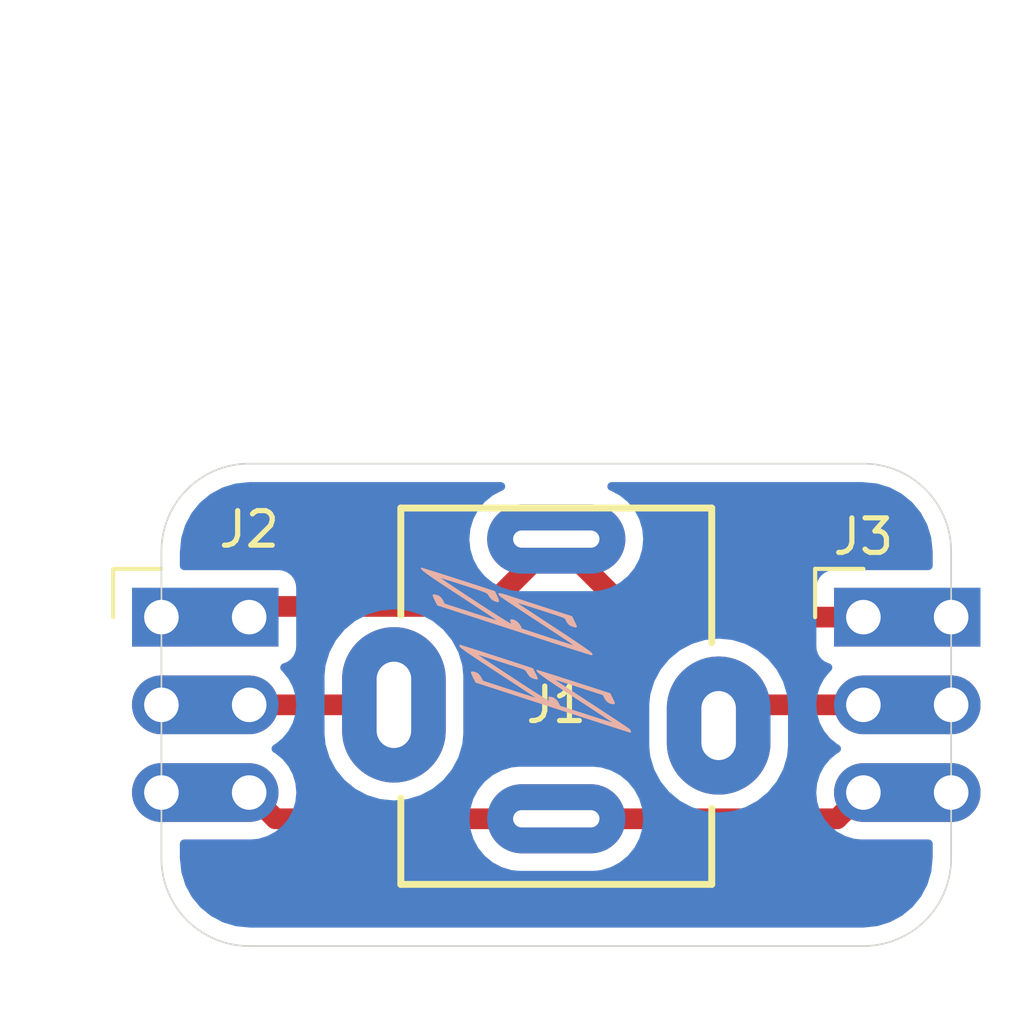
<source format=kicad_pcb>
(kicad_pcb (version 20171130) (host pcbnew "(5.1.9)-1")

  (general
    (thickness 1.6)
    (drawings 11)
    (tracks 12)
    (zones 0)
    (modules 4)
    (nets 4)
  )

  (page A4)
  (layers
    (0 F.Cu signal)
    (31 B.Cu signal)
    (32 B.Adhes user)
    (33 F.Adhes user)
    (34 B.Paste user)
    (35 F.Paste user)
    (36 B.SilkS user)
    (37 F.SilkS user)
    (38 B.Mask user)
    (39 F.Mask user)
    (40 Dwgs.User user)
    (41 Cmts.User user)
    (42 Eco1.User user)
    (43 Eco2.User user)
    (44 Edge.Cuts user)
    (45 Margin user)
    (46 B.CrtYd user)
    (47 F.CrtYd user)
    (48 B.Fab user)
    (49 F.Fab user)
  )

  (setup
    (last_trace_width 0.6)
    (trace_clearance 0.3)
    (zone_clearance 0.508)
    (zone_45_only no)
    (trace_min 0.2)
    (via_size 0.8)
    (via_drill 0.4)
    (via_min_size 0.4)
    (via_min_drill 0.3)
    (uvia_size 0.3)
    (uvia_drill 0.1)
    (uvias_allowed no)
    (uvia_min_size 0.2)
    (uvia_min_drill 0.1)
    (edge_width 0.05)
    (segment_width 0.2)
    (pcb_text_width 0.3)
    (pcb_text_size 1.5 1.5)
    (mod_edge_width 0.12)
    (mod_text_size 1 1)
    (mod_text_width 0.15)
    (pad_size 1.524 1.524)
    (pad_drill 0.762)
    (pad_to_mask_clearance 0)
    (aux_axis_origin 0 0)
    (grid_origin 113.03 97.663)
    (visible_elements FFFFFF7F)
    (pcbplotparams
      (layerselection 0x010fc_ffffffff)
      (usegerberextensions false)
      (usegerberattributes true)
      (usegerberadvancedattributes true)
      (creategerberjobfile true)
      (excludeedgelayer true)
      (linewidth 0.100000)
      (plotframeref false)
      (viasonmask false)
      (mode 1)
      (useauxorigin false)
      (hpglpennumber 1)
      (hpglpenspeed 20)
      (hpglpendiameter 15.000000)
      (psnegative false)
      (psa4output false)
      (plotreference true)
      (plotvalue true)
      (plotinvisibletext false)
      (padsonsilk false)
      (subtractmaskfromsilk false)
      (outputformat 1)
      (mirror false)
      (drillshape 1)
      (scaleselection 1)
      (outputdirectory ""))
  )

  (net 0 "")
  (net 1 /jack_sleeve)
  (net 2 /tip_normal)
  (net 3 /jack_tip)

  (net_class Default "This is the default net class."
    (clearance 0.3)
    (trace_width 0.6)
    (via_dia 0.8)
    (via_drill 0.4)
    (uvia_dia 0.3)
    (uvia_drill 0.1)
    (add_net /jack_sleeve)
    (add_net /jack_tip)
    (add_net /tip_normal)
  )

  (module zzzzzzzz:PinHeader_1x03_P2.54mm_Vertical_Castellated_RH (layer F.Cu) (tedit 609EEA71) (tstamp 609F5DAA)
    (at 130.81 99.568)
    (descr "Through hole straight pin header, 1x03, 2.54mm pitch, castellated, right-hand side")
    (tags "Through hole pin header THT 1x03 2.54mm castellated right-hand")
    (path /609EFB06)
    (fp_text reference J3 (at 0 -2.33) (layer F.SilkS)
      (effects (font (size 1 1) (thickness 0.15)))
    )
    (fp_text value Conn_01x03 (at 0 7.41) (layer F.Fab)
      (effects (font (size 1 1) (thickness 0.15)))
    )
    (fp_text user %R (at 0 2.54 90) (layer F.Fab)
      (effects (font (size 1 1) (thickness 0.15)))
    )
    (fp_line (start -1.397 -1.397) (end 0 -1.397) (layer F.SilkS) (width 0.12))
    (fp_line (start -1.397 0) (end -1.397 -1.397) (layer F.SilkS) (width 0.12))
    (fp_line (start 4.3434 -1.8034) (end -1.8 -1.8034) (layer F.CrtYd) (width 0.05))
    (fp_line (start 4.3434 6.85) (end 4.3434 -1.8034) (layer F.CrtYd) (width 0.05))
    (fp_line (start -1.8 6.85) (end 4.3434 6.85) (layer F.CrtYd) (width 0.05))
    (fp_line (start -1.8 -1.8) (end -1.8 6.85) (layer F.CrtYd) (width 0.05))
    (fp_line (start -1.27 -0.635) (end -0.635 -1.27) (layer F.Fab) (width 0.1))
    (fp_line (start -1.27 6.35) (end -1.27 -0.635) (layer F.Fab) (width 0.1))
    (fp_line (start 3.81 6.35) (end -1.27 6.35) (layer F.Fab) (width 0.1))
    (fp_line (start 3.81 -1.27) (end 3.81 6.35) (layer F.Fab) (width 0.1))
    (fp_line (start -0.635 -1.27) (end 3.81 -1.27) (layer F.Fab) (width 0.1))
    (pad 3 thru_hole oval (at 2.54 5.08) (size 1.7 1.7) (drill 1) (layers *.Cu *.Mask)
      (net 2 /tip_normal))
    (pad 2 thru_hole oval (at 2.54 2.54) (size 1.7 1.7) (drill 1) (layers *.Cu *.Mask)
      (net 1 /jack_sleeve))
    (pad 1 thru_hole rect (at 2.54 0) (size 1.7 1.7) (drill 1) (layers *.Cu *.Mask)
      (net 3 /jack_tip))
    (pad 3 thru_hole oval (at 0 5.08) (size 4.24 1.7) (drill 1 (offset 1.27 0)) (layers *.Cu *.Mask)
      (net 2 /tip_normal))
    (pad 2 thru_hole oval (at 0 2.54) (size 4.24 1.7) (drill 1 (offset 1.27 0)) (layers *.Cu *.Mask)
      (net 1 /jack_sleeve))
    (pad 1 thru_hole rect (at 0 0) (size 4.24 1.7) (drill 1 (offset 1.27 0)) (layers *.Cu *.Mask)
      (net 3 /jack_tip))
    (model ${KISYS3DMOD}/Connector_PinHeader_2.54mm.3dshapes/PinHeader_1x03_P2.54mm_Vertical.wrl
      (at (xyz 0 0 0))
      (scale (xyz 1 1 1))
      (rotate (xyz 0 0 0))
    )
  )

  (module zzzzzzzz:PinHeader_1x03_P2.54mm_Vertical_Castellated_LH (layer F.Cu) (tedit 609EEA87) (tstamp 609F5D94)
    (at 110.49 99.568)
    (descr "Through hole straight pin header, 1x03, 2.54mm pitch, castellated left-hand side")
    (tags "Through hole pin header THT 1x03 2.54mm castellated left hand")
    (path /609EF487)
    (fp_text reference J2 (at 2.54 -2.54) (layer F.SilkS)
      (effects (font (size 1 1) (thickness 0.15)))
    )
    (fp_text value Conn_01x03 (at 0 7.41) (layer F.Fab)
      (effects (font (size 1 1) (thickness 0.15)))
    )
    (fp_text user %R (at 0 2.54 90) (layer F.Fab)
      (effects (font (size 1 1) (thickness 0.15)))
    )
    (fp_line (start -0.635 -1.27) (end 3.81 -1.27) (layer F.Fab) (width 0.1))
    (fp_line (start 3.81 -1.27) (end 3.81 6.35) (layer F.Fab) (width 0.1))
    (fp_line (start 3.81 6.35) (end -1.27 6.35) (layer F.Fab) (width 0.1))
    (fp_line (start -1.27 6.35) (end -1.27 -0.635) (layer F.Fab) (width 0.1))
    (fp_line (start -1.27 -0.635) (end -0.635 -1.27) (layer F.Fab) (width 0.1))
    (fp_line (start -1.8 -1.8) (end -1.8 6.85) (layer F.CrtYd) (width 0.05))
    (fp_line (start -1.8 6.85) (end 4.3434 6.85) (layer F.CrtYd) (width 0.05))
    (fp_line (start 4.3434 6.85) (end 4.3434 -1.8034) (layer F.CrtYd) (width 0.05))
    (fp_line (start 4.3434 -1.8034) (end -1.8 -1.8034) (layer F.CrtYd) (width 0.05))
    (fp_line (start -1.397 0) (end -1.397 -1.397) (layer F.SilkS) (width 0.12))
    (fp_line (start -1.397 -1.397) (end 0 -1.397) (layer F.SilkS) (width 0.12))
    (pad 3 thru_hole oval (at 0 5.08) (size 1.7 1.7) (drill 1) (layers *.Cu *.Mask)
      (net 2 /tip_normal))
    (pad 2 thru_hole oval (at 0 2.54) (size 1.7 1.7) (drill 1) (layers *.Cu *.Mask)
      (net 1 /jack_sleeve))
    (pad 1 thru_hole rect (at 0 0) (size 1.7 1.7) (drill 1) (layers *.Cu *.Mask)
      (net 3 /jack_tip))
    (pad 3 thru_hole oval (at 2.54 5.08) (size 4.24 1.7) (drill 1 (offset -1.27 0)) (layers *.Cu *.Mask)
      (net 2 /tip_normal))
    (pad 2 thru_hole oval (at 2.54 2.54) (size 4.24 1.7) (drill 1 (offset -1.27 0)) (layers *.Cu *.Mask)
      (net 1 /jack_sleeve))
    (pad 1 thru_hole rect (at 2.54 0) (size 4.24 1.7) (drill 1 (offset -1.27 0)) (layers *.Cu *.Mask)
      (net 3 /jack_tip))
    (model ${KISYS3DMOD}/Connector_PinHeader_2.54mm.3dshapes/PinHeader_1x03_P2.54mm_Vertical.wrl
      (at (xyz 0 0 0))
      (scale (xyz 1 1 1))
      (rotate (xyz 0 0 0))
    )
  )

  (module zzzzzzzz:zzzzzzzz_back_no_cu (layer F.Cu) (tedit 607A6312) (tstamp 609F4D8F)
    (at 121.539 101.346)
    (fp_text reference Ref** (at 0 0) (layer F.SilkS) hide
      (effects (font (size 1.27 1.27) (thickness 0.15)))
    )
    (fp_text value Val** (at 0 0) (layer F.SilkS) hide
      (effects (font (size 1.27 1.27) (thickness 0.15)))
    )
    (fp_poly (pts (xy -2.384755 -0.967264) (xy -2.323486 -0.94886) (xy -2.229494 -0.919656) (xy -2.106527 -0.880858)
      (xy -1.958335 -0.833669) (xy -1.788665 -0.779293) (xy -1.601268 -0.718933) (xy -1.399892 -0.653794)
      (xy -1.188285 -0.585079) (xy -0.970197 -0.513992) (xy -0.749376 -0.441737) (xy -0.586633 -0.388296)
      (xy -0.294849 -0.292328) (xy -0.220149 -0.143995) (xy -0.186346 -0.073011) (xy -0.163531 -0.017468)
      (xy -0.155624 0.012839) (xy -0.156405 0.015293) (xy -0.187691 0.021214) (xy -0.241517 0.01175)
      (xy -0.302912 -0.008858) (xy -0.356906 -0.03637) (xy -0.36886 -0.044891) (xy -0.415208 -0.093133)
      (xy -0.458677 -0.156419) (xy -0.46573 -0.169458) (xy -0.502589 -0.225586) (xy -0.55217 -0.261371)
      (xy -0.608015 -0.283) (xy -0.893073 -0.375293) (xy -1.139332 -0.45484) (xy -1.348216 -0.522095)
      (xy -1.521152 -0.57751) (xy -1.659562 -0.62154) (xy -1.764871 -0.654637) (xy -1.838505 -0.677255)
      (xy -1.881887 -0.689847) (xy -1.896416 -0.692906) (xy -1.880107 -0.680753) (xy -1.831408 -0.647476)
      (xy -1.753373 -0.595101) (xy -1.649057 -0.52565) (xy -1.521513 -0.441148) (xy -1.373797 -0.343618)
      (xy -1.208962 -0.235083) (xy -1.030063 -0.117569) (xy -0.84515 0.003632) (xy -0.618096 0.152031)
      (xy -0.424174 0.278149) (xy -0.261333 0.383249) (xy -0.127521 0.468593) (xy -0.020689 0.535444)
      (xy 0.061215 0.585063) (xy 0.120242 0.618714) (xy 0.158443 0.637659) (xy 0.177869 0.64316)
      (xy 0.180571 0.636479) (xy 0.179602 0.634391) (xy 0.153605 0.575027) (xy 0.154586 0.542649)
      (xy 0.18434 0.530214) (xy 0.206375 0.529246) (xy 0.289986 0.548808) (xy 0.369499 0.60171)
      (xy 0.433424 0.679609) (xy 0.446396 0.703587) (xy 0.490275 0.79375) (xy 1.255261 1.041279)
      (xy 1.426507 1.096531) (xy 1.584635 1.147248) (xy 1.725238 1.192039) (xy 1.843909 1.229512)
      (xy 1.936242 1.258278) (xy 1.99783 1.276947) (xy 2.024265 1.284127) (xy 2.024936 1.284119)
      (xy 2.008545 1.272061) (xy 1.959683 1.238912) (xy 1.881368 1.186663) (xy 1.776619 1.117302)
      (xy 1.648452 1.032818) (xy 1.499887 0.9352) (xy 1.333942 0.826438) (xy 1.153634 0.708521)
      (xy 0.961982 0.583437) (xy 0.942789 0.570924) (xy 0.705662 0.416014) (xy 0.502049 0.282193)
      (xy 0.329733 0.167847) (xy 0.186495 0.071367) (xy 0.070116 -0.008859) (xy -0.021623 -0.074441)
      (xy -0.09094 -0.12699) (xy -0.140054 -0.168119) (xy -0.171184 -0.199436) (xy -0.186547 -0.222554)
      (xy -0.188364 -0.239082) (xy -0.183519 -0.24687) (xy -0.162345 -0.242174) (xy -0.104684 -0.225511)
      (xy -0.01429 -0.198061) (xy 0.105082 -0.160999) (xy 0.24968 -0.115504) (xy 0.415748 -0.062751)
      (xy 0.599532 -0.00392) (xy 0.797278 0.059814) (xy 0.883514 0.087735) (xy 1.941982 0.430906)
      (xy 2.008157 0.565104) (xy 2.041042 0.634554) (xy 2.064732 0.689859) (xy 2.074313 0.719506)
      (xy 2.074333 0.720067) (xy 2.057005 0.737537) (xy 2.01347 0.739726) (xy 1.956399 0.7281)
      (xy 1.898467 0.704124) (xy 1.888949 0.698625) (xy 1.836303 0.652627) (xy 1.788047 0.588439)
      (xy 1.775977 0.566412) (xy 1.731973 0.47625) (xy 1.031026 0.249474) (xy 0.867384 0.19669)
      (xy 0.717082 0.148514) (xy 0.584719 0.106397) (xy 0.474895 0.07179) (xy 0.392208 0.046142)
      (xy 0.341257 0.030905) (xy 0.326335 0.027224) (xy 0.342885 0.039262) (xy 0.391873 0.072387)
      (xy 0.470257 0.124593) (xy 0.574994 0.193877) (xy 0.703042 0.278234) (xy 0.851357 0.37566)
      (xy 1.016897 0.484149) (xy 1.196619 0.601699) (xy 1.387481 0.726304) (xy 1.393531 0.73025)
      (xy 1.586218 0.856127) (xy 1.76901 0.97593) (xy 1.938703 1.087532) (xy 2.092092 1.188807)
      (xy 2.225972 1.277629) (xy 2.337139 1.351871) (xy 2.422386 1.409408) (xy 2.47851 1.448114)
      (xy 2.502236 1.465792) (xy 2.52895 1.503359) (xy 2.540208 1.540785) (xy 2.532747 1.56331)
      (xy 2.524125 1.564875) (xy 2.502285 1.558267) (xy 2.442773 1.539397) (xy 2.348173 1.509098)
      (xy 2.221069 1.468206) (xy 2.064045 1.417558) (xy 1.879685 1.357989) (xy 1.670573 1.290333)
      (xy 1.439293 1.215428) (xy 1.188428 1.134109) (xy 0.920563 1.04721) (xy 0.638281 0.955569)
      (xy 0.344167 0.860019) (xy 0.277288 0.838283) (xy -1.953674 0.11315) (xy -2.025309 -0.028945)
      (xy -2.058216 -0.099858) (xy -2.07947 -0.156914) (xy -2.085134 -0.189283) (xy -2.084342 -0.191431)
      (xy -2.054976 -0.202003) (xy -1.999648 -0.193848) (xy -1.929238 -0.169096) (xy -1.899884 -0.155327)
      (xy -1.855967 -0.119171) (xy -1.810843 -0.060864) (xy -1.792706 -0.029393) (xy -1.743561 0.067309)
      (xy -0.972983 0.318301) (xy -0.80118 0.374124) (xy -0.642505 0.425415) (xy -0.50134 0.470781)
      (xy -0.382065 0.508824) (xy -0.289061 0.538148) (xy -0.226709 0.557357) (xy -0.19939 0.565056)
      (xy -0.198523 0.565105) (xy -0.215056 0.553124) (xy -0.264051 0.520015) (xy -0.342502 0.467758)
      (xy -0.447402 0.398337) (xy -0.575746 0.313732) (xy -0.724526 0.215924) (xy -0.890736 0.106895)
      (xy -1.07137 -0.011373) (xy -1.263422 -0.136899) (xy -1.290288 -0.154442) (xy -1.55592 -0.328485)
      (xy -1.785587 -0.480264) (xy -1.979319 -0.6098) (xy -2.137144 -0.717113) (xy -2.259091 -0.802222)
      (xy -2.34519 -0.865148) (xy -2.39547 -0.90591) (xy -2.409597 -0.921734) (xy -2.422663 -0.961217)
      (xy -2.411266 -0.97362) (xy -2.409553 -0.973667) (xy -2.384755 -0.967264)) (layer B.SilkS) (width 0.01))
    (fp_poly (pts (xy -3.50858 -3.203619) (xy -3.4512 -3.186713) (xy -3.361052 -3.159067) (xy -3.241882 -3.12186)
      (xy -3.097433 -3.076271) (xy -2.931451 -3.023477) (xy -2.74768 -2.964659) (xy -2.549864 -2.900994)
      (xy -2.461651 -2.872497) (xy -1.400823 -2.529417) (xy -1.331275 -2.386445) (xy -1.293099 -2.300213)
      (xy -1.279803 -2.245725) (xy -1.2926 -2.219624) (xy -1.332702 -2.218552) (xy -1.386417 -2.233858)
      (xy -1.470545 -2.277409) (xy -1.540271 -2.348532) (xy -1.588958 -2.425982) (xy -1.60051 -2.443439)
      (xy -1.617947 -2.460066) (xy -1.645479 -2.477526) (xy -1.687319 -2.497481) (xy -1.747679 -2.521591)
      (xy -1.83077 -2.551521) (xy -1.940805 -2.588931) (xy -2.081994 -2.635483) (xy -2.25855 -2.692841)
      (xy -2.29552 -2.704799) (xy -2.456007 -2.756376) (xy -2.603288 -2.803106) (xy -2.732633 -2.843537)
      (xy -2.839308 -2.876212) (xy -2.918581 -2.899678) (xy -2.965722 -2.91248) (xy -2.977097 -2.914293)
      (xy -2.961398 -2.901554) (xy -2.913301 -2.867749) (xy -2.835873 -2.814928) (xy -2.732181 -2.745138)
      (xy -2.605293 -2.660428) (xy -2.458278 -2.562848) (xy -2.294201 -2.454444) (xy -2.116131 -2.337266)
      (xy -1.94535 -2.225284) (xy -1.757886 -2.103011) (xy -1.581797 -1.989023) (xy -1.420104 -1.885216)
      (xy -1.275826 -1.793486) (xy -1.151984 -1.715732) (xy -1.051596 -1.653851) (xy -0.977684 -1.609738)
      (xy -0.933268 -1.585293) (xy -0.921079 -1.581874) (xy -0.946281 -1.657685) (xy -0.944577 -1.701596)
      (xy -0.919317 -1.7145) (xy -0.837896 -1.696235) (xy -0.756115 -1.647949) (xy -0.688084 -1.579401)
      (xy -0.661373 -1.536052) (xy -0.615616 -1.441869) (xy 0.138727 -1.195691) (xy 0.30877 -1.140441)
      (xy 0.465788 -1.089891) (xy 0.605332 -1.045437) (xy 0.722952 -1.008477) (xy 0.814198 -0.980408)
      (xy 0.874619 -0.962626) (xy 0.899766 -0.95653) (xy 0.900187 -0.956632) (xy 0.884255 -0.969131)
      (xy 0.835876 -1.002651) (xy 0.75811 -1.055162) (xy 0.654018 -1.124637) (xy 0.52666 -1.209046)
      (xy 0.379096 -1.306361) (xy 0.214389 -1.414552) (xy 0.035597 -1.531591) (xy -0.144306 -1.648992)
      (xy -0.335689 -1.774032) (xy -0.517438 -1.893422) (xy -0.686272 -2.004963) (xy -0.83891 -2.106456)
      (xy -0.972068 -2.195703) (xy -0.995997 -2.211917) (xy -0.804333 -2.211917) (xy -0.79375 -2.201333)
      (xy -0.783167 -2.211917) (xy -0.79375 -2.2225) (xy -0.804333 -2.211917) (xy -0.995997 -2.211917)
      (xy -1.082466 -2.270506) (xy -1.166822 -2.328665) (xy -1.221855 -2.367983) (xy -1.243542 -2.385381)
      (xy -1.280524 -2.429101) (xy -1.293581 -2.457199) (xy -1.279888 -2.46974) (xy -1.236621 -2.466789)
      (xy -1.160957 -2.448414) (xy -1.050071 -2.414679) (xy -0.978958 -2.391551) (xy -0.883865 -2.360314)
      (xy -0.755719 -2.318383) (xy -0.601742 -2.268113) (xy -0.429154 -2.211857) (xy -0.245175 -2.151969)
      (xy -0.057025 -2.090804) (xy 0.085031 -2.044679) (xy 0.836812 -1.800724) (xy 0.905239 -1.661961)
      (xy 0.938729 -1.591375) (xy 0.963115 -1.534873) (xy 0.973573 -1.503712) (xy 0.973667 -1.502433)
      (xy 0.956571 -1.484228) (xy 0.908847 -1.48766) (xy 0.83584 -1.512048) (xy 0.809916 -1.5233)
      (xy 0.740036 -1.566078) (xy 0.690626 -1.627824) (xy 0.6736 -1.66002) (xy 0.663198 -1.683625)
      (xy 0.655049 -1.702937) (xy 0.645458 -1.719487) (xy 0.630729 -1.73481) (xy 0.607167 -1.750438)
      (xy 0.571077 -1.767905) (xy 0.518764 -1.788743) (xy 0.446533 -1.814485) (xy 0.350688 -1.846665)
      (xy 0.227535 -1.886815) (xy 0.073377 -1.936469) (xy -0.115479 -1.997159) (xy -0.220635 -2.031013)
      (xy -0.362027 -2.076272) (xy -0.489591 -2.116513) (xy -0.59798 -2.150096) (xy -0.681846 -2.175383)
      (xy -0.73584 -2.190735) (xy -0.754582 -2.194641) (xy -0.738517 -2.182254) (xy -0.690008 -2.148763)
      (xy -0.61208 -2.096173) (xy -0.507756 -2.026492) (xy -0.380059 -1.941727) (xy -0.232014 -1.843884)
      (xy -0.066644 -1.734971) (xy 0.113026 -1.616994) (xy 0.303974 -1.491961) (xy 0.31507 -1.484705)
      (xy 0.577932 -1.312218) (xy 0.805034 -1.161866) (xy 0.996342 -1.033673) (xy 1.151822 -0.927662)
      (xy 1.27144 -0.843857) (xy 1.35516 -0.782282) (xy 1.402948 -0.74296) (xy 1.414771 -0.729249)
      (xy 1.427971 -0.69178) (xy 1.416621 -0.679536) (xy 1.401838 -0.679332) (xy 1.375647 -0.686096)
      (xy 1.312813 -0.704898) (xy 1.216919 -0.734598) (xy 1.091551 -0.774058) (xy 0.940296 -0.822136)
      (xy 0.766737 -0.877693) (xy 0.574461 -0.939589) (xy 0.367053 -1.006684) (xy 0.148099 -1.077839)
      (xy 0.137583 -1.081264) (xy -0.121542 -1.165662) (xy -0.40079 -1.256585) (xy -0.691803 -1.351314)
      (xy -0.986227 -1.44713) (xy -1.275706 -1.541313) (xy -1.551883 -1.631146) (xy -1.806402 -1.713909)
      (xy -2.030909 -1.786883) (xy -2.076435 -1.801676) (xy -3.062787 -2.122154) (xy -3.129477 -2.257395)
      (xy -3.169818 -2.341855) (xy -3.189894 -2.395062) (xy -3.18936 -2.423114) (xy -3.167869 -2.432112)
      (xy -3.125077 -2.428156) (xy -3.119845 -2.42732) (xy -3.020189 -2.396016) (xy -2.945706 -2.335206)
      (xy -2.896595 -2.256831) (xy -2.852525 -2.166123) (xy -2.090341 -1.918289) (xy -1.919412 -1.862914)
      (xy -1.761547 -1.812168) (xy -1.621167 -1.76744) (xy -1.502691 -1.730122) (xy -1.41054 -1.701604)
      (xy -1.349134 -1.683278) (xy -1.322894 -1.676535) (xy -1.322269 -1.676602) (xy -1.338444 -1.688924)
      (xy -1.387095 -1.72233) (xy -1.465208 -1.774827) (xy -1.569771 -1.844422) (xy -1.69777 -1.929121)
      (xy -1.846191 -2.02693) (xy -2.01202 -2.135855) (xy -2.192246 -2.253904) (xy -2.383853 -2.379082)
      (xy -2.403398 -2.391833) (xy -2.640556 -2.546863) (xy -2.844198 -2.680793) (xy -3.016539 -2.795226)
      (xy -3.15979 -2.891769) (xy -3.21752 -2.931583) (xy -3.026833 -2.931583) (xy -3.01625 -2.921)
      (xy -3.005667 -2.931583) (xy -3.01625 -2.942167) (xy -3.026833 -2.931583) (xy -3.21752 -2.931583)
      (xy -3.276166 -2.972028) (xy -3.367879 -3.037607) (xy -3.437143 -3.090112) (xy -3.486171 -3.131148)
      (xy -3.517176 -3.162321) (xy -3.532372 -3.185236) (xy -3.533971 -3.201498) (xy -3.529449 -3.208607)
      (xy -3.50858 -3.203619)) (layer B.SilkS) (width 0.01))
    (fp_poly (pts (xy -1.792935 0.160738) (xy -1.735379 0.177473) (xy -1.645073 0.204962) (xy -1.525769 0.24203)
      (xy -1.381219 0.287499) (xy -1.215175 0.340193) (xy -1.031387 0.398935) (xy -0.833608 0.46255)
      (xy -0.746956 0.49054) (xy 0.312149 0.833075) (xy 0.378324 0.967271) (xy 0.411209 1.036722)
      (xy 0.434899 1.092026) (xy 0.444479 1.121673) (xy 0.4445 1.122234) (xy 0.427172 1.139704)
      (xy 0.383636 1.141893) (xy 0.326566 1.130266) (xy 0.268634 1.106291) (xy 0.259116 1.100792)
      (xy 0.206469 1.054794) (xy 0.158212 0.990607) (xy 0.14614 0.968579) (xy 0.102131 0.878417)
      (xy -0.599042 0.651871) (xy -0.762715 0.59914) (xy -0.913039 0.551) (xy -1.045415 0.508901)
      (xy -1.155245 0.474293) (xy -1.237933 0.448626) (xy -1.288879 0.433349) (xy -1.303795 0.429621)
      (xy -1.287424 0.441644) (xy -1.239317 0.474268) (xy -1.16324 0.525032) (xy -1.062957 0.591474)
      (xy -0.942231 0.671134) (xy -0.804828 0.761549) (xy -0.654512 0.860259) (xy -0.495046 0.964803)
      (xy -0.330197 1.072717) (xy -0.163727 1.181543) (xy 0.000598 1.288817) (xy 0.159015 1.392079)
      (xy 0.307758 1.488867) (xy 0.443064 1.576719) (xy 0.561168 1.653176) (xy 0.658305 1.715775)
      (xy 0.730712 1.762054) (xy 0.774623 1.789553) (xy 0.786431 1.796324) (xy 0.796854 1.789022)
      (xy 0.785222 1.760674) (xy 0.760623 1.698757) (xy 0.767913 1.663809) (xy 0.807522 1.655572)
      (xy 0.879882 1.673789) (xy 0.910752 1.685454) (xy 0.9734 1.719572) (xy 1.019652 1.771033)
      (xy 1.04814 1.821104) (xy 1.07985 1.87769) (xy 1.112632 1.913778) (xy 1.159906 1.939903)
      (xy 1.232335 1.965701) (xy 1.461612 2.04039) (xy 1.679613 2.111062) (xy 1.882989 2.176654)
      (xy 2.068393 2.236102) (xy 2.232476 2.288345) (xy 2.371891 2.332317) (xy 2.48329 2.366957)
      (xy 2.563324 2.391202) (xy 2.608646 2.403987) (xy 2.617897 2.405658) (xy 2.601809 2.393297)
      (xy 2.55326 2.359846) (xy 2.47527 2.307307) (xy 2.37086 2.237681) (xy 2.243049 2.15297)
      (xy 2.094858 2.055174) (xy 1.929307 1.946296) (xy 1.749416 1.828336) (xy 1.558205 1.703297)
      (xy 1.544069 1.694066) (xy 1.35103 1.567599) (xy 1.168339 1.447095) (xy 0.99913 1.334672)
      (xy 0.846536 1.232452) (xy 0.71369 1.142556) (xy 0.603724 1.067103) (xy 0.519771 1.008215)
      (xy 0.464964 0.968011) (xy 0.442437 0.948612) (xy 0.442255 0.948305) (xy 0.427507 0.908676)
      (xy 0.427252 0.890937) (xy 0.448049 0.894026) (xy 0.505325 0.909152) (xy 0.595334 0.93517)
      (xy 0.714327 0.970932) (xy 0.858555 1.015293) (xy 1.024271 1.067108) (xy 1.207726 1.125228)
      (xy 1.405173 1.188509) (xy 1.489775 1.215834) (xy 2.545633 1.557614) (xy 2.617622 1.70041)
      (xy 2.650629 1.771495) (xy 2.672007 1.828731) (xy 2.677825 1.861322) (xy 2.677008 1.863597)
      (xy 2.649518 1.874238) (xy 2.607494 1.870609) (xy 2.500894 1.82665) (xy 2.418277 1.753744)
      (xy 2.381233 1.693295) (xy 2.342711 1.607869) (xy 1.652897 1.3835) (xy 1.489921 1.330373)
      (xy 1.339758 1.281198) (xy 1.207156 1.237547) (xy 1.096863 1.200993) (xy 1.013628 1.173108)
      (xy 0.9622 1.155464) (xy 0.947208 1.149816) (xy 0.931559 1.14837) (xy 0.931333 1.149801)
      (xy 0.948553 1.162723) (xy 0.998191 1.196774) (xy 1.077216 1.249945) (xy 1.182599 1.320226)
      (xy 1.311308 1.405607) (xy 1.460311 1.504076) (xy 1.62658 1.613625) (xy 1.807082 1.732244)
      (xy 1.998786 1.857921) (xy 2.017887 1.870427) (xy 2.276604 2.040358) (xy 2.499958 2.188265)
      (xy 2.688503 2.314531) (xy 2.842794 2.419537) (xy 2.963386 2.503665) (xy 3.050833 2.567297)
      (xy 3.10569 2.610815) (xy 3.128512 2.634601) (xy 3.128683 2.63496) (xy 3.142301 2.67413)
      (xy 3.132475 2.686874) (xy 3.126921 2.687018) (xy 3.103417 2.680443) (xy 3.042524 2.661672)
      (xy 2.947104 2.631624) (xy 2.820017 2.591217) (xy 2.664126 2.541369) (xy 2.482291 2.483001)
      (xy 2.29773 2.423583) (xy 2.645833 2.423583) (xy 2.656417 2.434167) (xy 2.667 2.423583)
      (xy 2.656417 2.413) (xy 2.645833 2.423583) (xy 2.29773 2.423583) (xy 2.277375 2.41703)
      (xy 2.052239 2.344375) (xy 1.809744 2.265955) (xy 1.552752 2.182688) (xy 1.284125 2.095494)
      (xy 1.248833 2.084027) (xy 0.969344 1.993225) (xy 0.694359 1.903923) (xy 0.427491 1.817291)
      (xy 0.172355 1.734503) (xy -0.067434 1.656729) (xy -0.288264 1.58514) (xy -0.48652 1.52091)
      (xy -0.658587 1.465209) (xy -0.800853 1.419209) (xy -0.909702 1.384082) (xy -0.975725 1.362854)
      (xy -1.3482 1.243522) (xy -1.414933 1.108193) (xy -1.447969 1.03846) (xy -1.471833 0.982857)
      (xy -1.481633 0.952832) (xy -1.481667 0.952099) (xy -1.464339 0.934629) (xy -1.420803 0.93244)
      (xy -1.363733 0.944067) (xy -1.305801 0.968042) (xy -1.296283 0.973541) (xy -1.243855 1.019432)
      (xy -1.195619 1.08371) (xy -1.18311 1.106579) (xy -1.138905 1.197566) (xy -0.374209 1.444234)
      (xy -0.202985 1.499318) (xy -0.044898 1.549893) (xy 0.095645 1.59457) (xy 0.214235 1.631961)
      (xy 0.306466 1.660676) (xy 0.367929 1.679327) (xy 0.394218 1.686526) (xy 0.394862 1.686527)
      (xy 0.378417 1.67452) (xy 0.329508 1.641414) (xy 0.251153 1.589196) (xy 0.146371 1.519856)
      (xy 0.018181 1.435383) (xy -0.1304 1.337764) (xy -0.296352 1.228989) (xy -0.476658 1.111047)
      (xy -0.668298 0.985927) (xy -0.687553 0.973367) (xy -0.924775 0.818328) (xy -1.128477 0.684383)
      (xy -1.300874 0.569928) (xy -1.444178 0.473356) (xy -1.560602 0.393061) (xy -1.652359 0.327439)
      (xy -1.721661 0.274881) (xy -1.770723 0.233784) (xy -1.801757 0.20254) (xy -1.816976 0.179545)
      (xy -1.818593 0.163191) (xy -1.81399 0.155934) (xy -1.792935 0.160738)) (layer B.Mask) (width 0.01))
    (fp_poly (pts (xy -2.875384 -2.064673) (xy -2.808132 -2.049785) (xy -2.707727 -2.020486) (xy -2.571143 -1.976639)
      (xy -2.545292 -1.96812) (xy -2.42923 -1.929919) (xy -2.28154 -1.881532) (xy -2.110879 -1.825785)
      (xy -1.925902 -1.765498) (xy -1.735268 -1.703497) (xy -1.547633 -1.642603) (xy -1.481208 -1.621083)
      (xy -0.792833 -1.398177) (xy -0.7245 -1.259604) (xy -0.684474 -1.175897) (xy -0.663444 -1.122763)
      (xy -0.660251 -1.093551) (xy -0.673736 -1.081607) (xy -0.693208 -1.079965) (xy -0.778672 -1.099229)
      (xy -0.863294 -1.148308) (xy -0.931928 -1.217172) (xy -0.95386 -1.252534) (xy -0.981791 -1.307063)
      (xy -1.001036 -1.343064) (xy -1.005458 -1.350342) (xy -1.026698 -1.358792) (xy -1.082416 -1.378046)
      (xy -1.166962 -1.406292) (xy -1.274683 -1.441719) (xy -1.399928 -1.482516) (xy -1.537046 -1.52687)
      (xy -1.680385 -1.572971) (xy -1.824294 -1.619005) (xy -1.963121 -1.663162) (xy -2.091214 -1.70363)
      (xy -2.202922 -1.738598) (xy -2.292593 -1.766253) (xy -2.354576 -1.784785) (xy -2.383219 -1.79238)
      (xy -2.384487 -1.792403) (xy -2.368239 -1.780387) (xy -2.320314 -1.747672) (xy -2.244463 -1.696728)
      (xy -2.144438 -1.630026) (xy -2.02399 -1.550037) (xy -1.886871 -1.459232) (xy -1.736833 -1.360083)
      (xy -1.577627 -1.255059) (xy -1.413004 -1.146633) (xy -1.246717 -1.037274) (xy -1.082518 -0.929455)
      (xy -0.924156 -0.825645) (xy -0.775385 -0.728317) (xy -0.639957 -0.63994) (xy -0.521621 -0.562987)
      (xy -0.424131 -0.499927) (xy -0.351816 -0.453599) (xy -0.290881 -0.414892) (xy -0.326222 -0.483235)
      (xy -0.349305 -0.544107) (xy -0.340743 -0.577182) (xy -0.300189 -0.583171) (xy -0.279161 -0.579191)
      (xy -0.176159 -0.54122) (xy -0.101885 -0.479771) (xy -0.056365 -0.409066) (xy -0.006545 -0.311037)
      (xy 0.763542 -0.061556) (xy 0.935306 -0.006038) (xy 1.093906 0.044978) (xy 1.234962 0.090103)
      (xy 1.354091 0.127945) (xy 1.446913 0.157114) (xy 1.509047 0.176219) (xy 1.53611 0.18387)
      (xy 1.536922 0.183921) (xy 1.520284 0.171972) (xy 1.471188 0.138893) (xy 1.392642 0.086666)
      (xy 1.287657 0.017272) (xy 1.159241 -0.067307) (xy 1.010404 -0.165089) (xy 0.844155 -0.274092)
      (xy 0.663503 -0.392336) (xy 0.471459 -0.517838) (xy 0.445173 -0.535001) (xy 0.181982 -0.707416)
      (xy -0.045487 -0.857688) (xy -0.237487 -0.985987) (xy -0.394269 -1.092489) (xy -0.516085 -1.177364)
      (xy -0.603186 -1.240785) (xy -0.655825 -1.282926) (xy -0.673729 -1.302293) (xy -0.685907 -1.343436)
      (xy -0.676172 -1.354667) (xy -0.652225 -1.34831) (xy -0.592085 -1.330103) (xy -0.499798 -1.301347)
      (xy -0.379408 -1.263338) (xy -0.234964 -1.217376) (xy -0.07051 -1.164759) (xy 0.109906 -1.106785)
      (xy 0.30224 -1.044753) (xy 0.502443 -0.979962) (xy 0.706472 -0.91371) (xy 0.910278 -0.847296)
      (xy 1.109817 -0.782018) (xy 1.180783 -0.758732) (xy 1.440815 -0.673333) (xy 1.514661 -0.526696)
      (xy 1.551226 -0.451001) (xy 1.56881 -0.404343) (xy 1.569432 -0.379003) (xy 1.556206 -0.367663)
      (xy 1.490448 -0.363508) (xy 1.417081 -0.392296) (xy 1.345298 -0.448117) (xy 1.284295 -0.525057)
      (xy 1.268979 -0.552334) (xy 1.242045 -0.602355) (xy 1.223486 -0.631742) (xy 1.21991 -0.635)
      (xy 1.198875 -0.64128) (xy 1.142256 -0.659117) (xy 1.054737 -0.687013) (xy 0.941003 -0.723465)
      (xy 0.805738 -0.766974) (xy 0.653626 -0.816039) (xy 0.528224 -0.856578) (xy 0.366493 -0.90873)
      (xy 0.218104 -0.956237) (xy 0.087717 -0.997632) (xy -0.020004 -1.031449) (xy -0.100397 -1.056223)
      (xy -0.148799 -1.070487) (xy -0.161338 -1.073384) (xy -0.14499 -1.061274) (xy -0.096222 -1.028012)
      (xy -0.018059 -0.975602) (xy 0.086477 -0.906045) (xy 0.214363 -0.821342) (xy 0.362578 -0.723495)
      (xy 0.528097 -0.614507) (xy 0.707899 -0.496378) (xy 0.89896 -0.371111) (xy 0.912721 -0.362098)
      (xy 1.158572 -0.200656) (xy 1.37018 -0.060726) (xy 1.549108 0.058771) (xy 1.696917 0.158914)
      (xy 1.815166 0.240781) (xy 1.905416 0.305449) (xy 1.969229 0.353999) (xy 2.008164 0.387508)
      (xy 2.022903 0.405041) (xy 2.03974 0.445551) (xy 2.039196 0.463917) (xy 2.037835 0.464017)
      (xy 2.01592 0.45739) (xy 1.95633 0.438512) (xy 1.861647 0.408216) (xy 1.734456 0.367337)
      (xy 1.577342 0.316711) (xy 1.392886 0.257171) (xy 1.183675 0.189554) (xy 0.952291 0.114692)
      (xy 0.701318 0.033422) (xy 0.433341 -0.053422) (xy 0.150942 -0.145005) (xy -0.143293 -0.240494)
      (xy -0.211667 -0.262692) (xy -2.44475 -0.987752) (xy -2.512947 -1.113001) (xy -2.558827 -1.203517)
      (xy -2.579926 -1.263595) (xy -2.576257 -1.297108) (xy -2.54783 -1.307933) (xy -2.513542 -1.304152)
      (xy -2.41755 -1.267226) (xy -2.336007 -1.19494) (xy -2.286105 -1.123235) (xy -2.233083 -1.033798)
      (xy -1.465792 -0.784256) (xy -1.294545 -0.728698) (xy -1.136603 -0.677716) (xy -0.996326 -0.6327)
      (xy -0.878077 -0.595037) (xy -0.786217 -0.566115) (xy -0.725109 -0.547322) (xy -0.699114 -0.540048)
      (xy -0.6985 -0.540062) (xy -0.715733 -0.552248) (xy -0.765386 -0.585499) (xy -0.84439 -0.637801)
      (xy -0.949677 -0.70714) (xy -1.07818 -0.791502) (xy -1.226828 -0.888872) (xy -1.392555 -0.997236)
      (xy -1.572292 -1.114579) (xy -1.762125 -1.238337) (xy -1.95461 -1.364073) (xy -2.137464 -1.484166)
      (xy -2.307425 -1.596433) (xy -2.461232 -1.698687) (xy -2.595624 -1.788745) (xy -2.626632 -1.80975)
      (xy -2.434167 -1.80975) (xy -2.423583 -1.799167) (xy -2.413 -1.80975) (xy -2.423583 -1.820333)
      (xy -2.434167 -1.80975) (xy -2.626632 -1.80975) (xy -2.707339 -1.86442) (xy -2.793116 -1.923529)
      (xy -2.849693 -1.963886) (xy -2.873375 -1.982812) (xy -2.908478 -2.024218) (xy -2.922531 -2.051753)
      (xy -2.912508 -2.065283) (xy -2.875384 -2.064673)) (layer B.Mask) (width 0.01))
  )

  (module AudioJacks:Jack_3.5mm_QingPu_WQP-PJ301BM_Vertical (layer F.Cu) (tedit 605714FA) (tstamp 609EE63C)
    (at 121.92 102.108)
    (path /609EE5DA)
    (fp_text reference J1 (at 0 0) (layer F.SilkS)
      (effects (font (size 1 1) (thickness 0.15)))
    )
    (fp_text value AudioJack2_SwitchT (at 3.7 -6.4) (layer F.Fab)
      (effects (font (size 1 1) (thickness 0.15)))
    )
    (fp_line (start -4.5 5.2) (end 4.5 5.2) (layer F.SilkS) (width 0.2))
    (fp_line (start -4.5 5.2) (end -4.5 2.7) (layer F.SilkS) (width 0.2))
    (fp_line (start 4.5 5.2) (end 4.5 3) (layer F.SilkS) (width 0.2))
    (fp_line (start 4.5 -5.7) (end 4.5 -1.8) (layer F.SilkS) (width 0.2))
    (fp_line (start -4.5 -5.7) (end -4.5 -2.6) (layer F.SilkS) (width 0.2))
    (fp_line (start -4.5 -5.7) (end 4.5 -5.7) (layer F.SilkS) (width 0.2))
    (fp_line (start -5.1 5.9) (end -5.1 -6.4) (layer F.CrtYd) (width 0.12))
    (fp_line (start -5.1 -6.4) (end 5.1 -6.4) (layer F.CrtYd) (width 0.12))
    (fp_line (start 5.1 -6.4) (end 5.1 5.9) (layer F.CrtYd) (width 0.12))
    (fp_line (start 5.1 5.9) (end -5.1 5.9) (layer F.CrtYd) (width 0.12))
    (fp_circle (center 0 0) (end 1.5 0) (layer Dwgs.User) (width 0.12))
    (pad S thru_hole oval (at 4.7 0.6 90) (size 4 3) (drill oval 2 1) (layers *.Cu *.Mask)
      (net 1 /jack_sleeve))
    (pad S thru_hole oval (at -4.7 0 90) (size 4.5 3) (drill oval 2.5 1) (layers *.Cu *.Mask)
      (net 1 /jack_sleeve))
    (pad TN thru_hole oval (at 0 3.3) (size 4 2) (drill oval 2.5 0.5) (layers *.Cu *.Mask)
      (net 2 /tip_normal))
    (pad T thru_hole oval (at 0 -4.8) (size 4 2) (drill oval 2.5 0.5) (layers *.Cu *.Mask)
      (net 3 /jack_tip))
    (model ${KISYS3DMOD}/AudioJacks.3dshapes/PJ301BM.step
      (offset (xyz 0 0 2))
      (scale (xyz 1 1 1))
      (rotate (xyz 0 0 0))
    )
    (model ${KISYS3DMOD}/AudioJacks.3dshapes/PJ301BM_Hex_nut.step
      (offset (xyz 0 0 2))
      (scale (xyz 1 1 1))
      (rotate (xyz 0 0 0))
    )
    (model ${KISYS3DMOD}/AudioJacks.3dshapes/PJ301BM_Knurl_nut.step
      (offset (xyz 0 0 2))
      (scale (xyz 1 1 1))
      (rotate (xyz 0 0 0))
    )
  )

  (gr_arc (start 113.03 97.663) (end 113.03 95.123) (angle -90) (layer Edge.Cuts) (width 0.05))
  (gr_arc (start 113.03 106.553) (end 110.49 106.553) (angle -90) (layer Edge.Cuts) (width 0.05))
  (gr_arc (start 130.81 106.553) (end 130.81 109.093) (angle -90) (layer Edge.Cuts) (width 0.05))
  (gr_arc (start 130.81 97.663) (end 133.35 97.663) (angle -90) (layer Edge.Cuts) (width 0.05))
  (gr_line (start 113.03 109.093) (end 130.81 109.093) (layer Edge.Cuts) (width 0.05) (tstamp 609F4CD8))
  (gr_line (start 110.49 97.663) (end 110.49 106.553) (layer Edge.Cuts) (width 0.05) (tstamp 609F4CD7))
  (gr_line (start 130.81 95.123) (end 113.03 95.123) (layer Edge.Cuts) (width 0.05) (tstamp 609F4CD6))
  (gr_line (start 133.35 106.553) (end 133.35 97.663) (layer Edge.Cuts) (width 0.05) (tstamp 609F4CD5))
  (dimension 5.08 (width 0.15) (layer Dwgs.User)
    (gr_text "0.2000 in" (at 115.57 86.203) (layer Dwgs.User)
      (effects (font (size 1 1) (thickness 0.15)))
    )
    (feature1 (pts (xy 113.03 89.408) (xy 113.03 86.916579)))
    (feature2 (pts (xy 118.11 89.408) (xy 118.11 86.916579)))
    (crossbar (pts (xy 118.11 87.503) (xy 113.03 87.503)))
    (arrow1a (pts (xy 113.03 87.503) (xy 114.156504 86.916579)))
    (arrow1b (pts (xy 113.03 87.503) (xy 114.156504 88.089421)))
    (arrow2a (pts (xy 118.11 87.503) (xy 116.983496 86.916579)))
    (arrow2b (pts (xy 118.11 87.503) (xy 116.983496 88.089421)))
  )
  (dimension 5.08 (width 0.15) (layer Dwgs.User)
    (gr_text "0.2000 in" (at 128.27 86.203) (layer Dwgs.User)
      (effects (font (size 1 1) (thickness 0.15)))
    )
    (feature1 (pts (xy 130.81 89.408) (xy 130.81 86.916579)))
    (feature2 (pts (xy 125.73 89.408) (xy 125.73 86.916579)))
    (crossbar (pts (xy 125.73 87.503) (xy 130.81 87.503)))
    (arrow1a (pts (xy 130.81 87.503) (xy 129.683496 88.089421)))
    (arrow1b (pts (xy 130.81 87.503) (xy 129.683496 86.916579)))
    (arrow2a (pts (xy 125.73 87.503) (xy 126.856504 88.089421)))
    (arrow2b (pts (xy 125.73 87.503) (xy 126.856504 86.916579)))
  )
  (dimension 7.62 (width 0.15) (layer Dwgs.User)
    (gr_text "0.3000 in" (at 121.92 82.393) (layer Dwgs.User)
      (effects (font (size 1 1) (thickness 0.15)))
    )
    (feature1 (pts (xy 118.11 89.408) (xy 118.11 83.106579)))
    (feature2 (pts (xy 125.73 89.408) (xy 125.73 83.106579)))
    (crossbar (pts (xy 125.73 83.693) (xy 118.11 83.693)))
    (arrow1a (pts (xy 118.11 83.693) (xy 119.236504 83.106579)))
    (arrow1b (pts (xy 118.11 83.693) (xy 119.236504 84.279421)))
    (arrow2a (pts (xy 125.73 83.693) (xy 124.603496 83.106579)))
    (arrow2b (pts (xy 125.73 83.693) (xy 124.603496 84.279421)))
  )

  (segment (start 127.22 102.108) (end 126.62 102.708) (width 0.6) (layer F.Cu) (net 1))
  (segment (start 130.81 102.108) (end 127.22 102.108) (width 0.6) (layer F.Cu) (net 1))
  (segment (start 113.03 102.108) (end 117.22 102.108) (width 0.6) (layer F.Cu) (net 1))
  (segment (start 130.05 105.408) (end 121.92 105.408) (width 0.6) (layer F.Cu) (net 2))
  (segment (start 130.81 104.648) (end 130.05 105.408) (width 0.6) (layer F.Cu) (net 2))
  (segment (start 113.79 105.408) (end 121.92 105.408) (width 0.6) (layer F.Cu) (net 2))
  (segment (start 113.03 104.648) (end 113.79 105.408) (width 0.6) (layer F.Cu) (net 2))
  (segment (start 124.18 99.568) (end 121.92 97.308) (width 0.6) (layer F.Cu) (net 3))
  (segment (start 130.81 99.568) (end 124.18 99.568) (width 0.6) (layer F.Cu) (net 3))
  (segment (start 119.97001 99.25799) (end 121.92 97.308) (width 0.6) (layer F.Cu) (net 3))
  (segment (start 113.34001 99.25799) (end 119.97001 99.25799) (width 0.6) (layer F.Cu) (net 3))
  (segment (start 113.03 99.568) (end 113.34001 99.25799) (width 0.6) (layer F.Cu) (net 3))

  (zone (net 0) (net_name "") (layer B.Cu) (tstamp 0) (hatch edge 0.508)
    (connect_pads (clearance 0.508))
    (min_thickness 0.254)
    (fill yes (arc_segments 32) (thermal_gap 0.508) (thermal_bridge_width 0.508))
    (polygon
      (pts
        (xy 133.985 110.998) (xy 109.855 110.998) (xy 109.855 92.583) (xy 133.985 92.583)
      )
    )
    (filled_polygon
      (pts
        (xy 120.291285 95.790148) (xy 120.007248 95.941969) (xy 119.758286 96.146286) (xy 119.553969 96.395248) (xy 119.402148 96.679285)
        (xy 119.308657 96.987484) (xy 119.277089 97.308) (xy 119.308657 97.628516) (xy 119.402148 97.936715) (xy 119.553969 98.220752)
        (xy 119.758286 98.469714) (xy 120.007248 98.674031) (xy 120.291285 98.825852) (xy 120.599484 98.919343) (xy 120.839678 98.943)
        (xy 123.000322 98.943) (xy 123.240516 98.919343) (xy 123.548715 98.825852) (xy 123.832752 98.674031) (xy 124.081714 98.469714)
        (xy 124.286031 98.220752) (xy 124.437852 97.936715) (xy 124.531343 97.628516) (xy 124.562911 97.308) (xy 124.531343 96.987484)
        (xy 124.437852 96.679285) (xy 124.286031 96.395248) (xy 124.081714 96.146286) (xy 123.832752 95.941969) (xy 123.548715 95.790148)
        (xy 123.525151 95.783) (xy 130.777721 95.783) (xy 131.174545 95.821909) (xy 131.525208 95.92778) (xy 131.848625 96.099744)
        (xy 132.132484 96.331254) (xy 132.365965 96.613486) (xy 132.540183 96.935695) (xy 132.648502 97.285614) (xy 132.690001 97.680452)
        (xy 132.690001 98.079928) (xy 129.96 98.079928) (xy 129.835518 98.092188) (xy 129.71582 98.128498) (xy 129.605506 98.187463)
        (xy 129.508815 98.266815) (xy 129.429463 98.363506) (xy 129.370498 98.47382) (xy 129.334188 98.593518) (xy 129.321928 98.718)
        (xy 129.321928 100.418) (xy 129.334188 100.542482) (xy 129.370498 100.66218) (xy 129.429463 100.772494) (xy 129.508815 100.869185)
        (xy 129.605506 100.948537) (xy 129.71582 101.007502) (xy 129.784687 101.028393) (xy 129.754866 101.052866) (xy 129.569294 101.278986)
        (xy 129.431401 101.536966) (xy 129.346487 101.816889) (xy 129.317815 102.108) (xy 129.346487 102.399111) (xy 129.431401 102.679034)
        (xy 129.569294 102.937014) (xy 129.754866 103.163134) (xy 129.980986 103.348706) (xy 130.035791 103.378) (xy 129.980986 103.407294)
        (xy 129.754866 103.592866) (xy 129.569294 103.818986) (xy 129.431401 104.076966) (xy 129.346487 104.356889) (xy 129.317815 104.648)
        (xy 129.346487 104.939111) (xy 129.431401 105.219034) (xy 129.569294 105.477014) (xy 129.754866 105.703134) (xy 129.980986 105.888706)
        (xy 130.238966 106.026599) (xy 130.518889 106.111513) (xy 130.73705 106.133) (xy 132.69 106.133) (xy 132.69 106.520721)
        (xy 132.651091 106.917545) (xy 132.54522 107.268206) (xy 132.373257 107.591623) (xy 132.141748 107.875482) (xy 131.859514 108.108965)
        (xy 131.537304 108.283184) (xy 131.187385 108.391502) (xy 130.792557 108.433) (xy 113.062279 108.433) (xy 112.665455 108.394091)
        (xy 112.314794 108.28822) (xy 111.991377 108.116257) (xy 111.707518 107.884748) (xy 111.474035 107.602514) (xy 111.299816 107.280304)
        (xy 111.191498 106.930385) (xy 111.15 106.535557) (xy 111.15 106.133) (xy 113.10295 106.133) (xy 113.321111 106.111513)
        (xy 113.601034 106.026599) (xy 113.859014 105.888706) (xy 114.085134 105.703134) (xy 114.270706 105.477014) (xy 114.307594 105.408)
        (xy 119.277089 105.408) (xy 119.308657 105.728516) (xy 119.402148 106.036715) (xy 119.553969 106.320752) (xy 119.758286 106.569714)
        (xy 120.007248 106.774031) (xy 120.291285 106.925852) (xy 120.599484 107.019343) (xy 120.839678 107.043) (xy 123.000322 107.043)
        (xy 123.240516 107.019343) (xy 123.548715 106.925852) (xy 123.832752 106.774031) (xy 124.081714 106.569714) (xy 124.286031 106.320752)
        (xy 124.437852 106.036715) (xy 124.531343 105.728516) (xy 124.562911 105.408) (xy 124.531343 105.087484) (xy 124.437852 104.779285)
        (xy 124.286031 104.495248) (xy 124.081714 104.246286) (xy 123.832752 104.041969) (xy 123.548715 103.890148) (xy 123.240516 103.796657)
        (xy 123.000322 103.773) (xy 120.839678 103.773) (xy 120.599484 103.796657) (xy 120.291285 103.890148) (xy 120.007248 104.041969)
        (xy 119.758286 104.246286) (xy 119.553969 104.495248) (xy 119.402148 104.779285) (xy 119.308657 105.087484) (xy 119.277089 105.408)
        (xy 114.307594 105.408) (xy 114.408599 105.219034) (xy 114.493513 104.939111) (xy 114.522185 104.648) (xy 114.493513 104.356889)
        (xy 114.408599 104.076966) (xy 114.270706 103.818986) (xy 114.085134 103.592866) (xy 113.859014 103.407294) (xy 113.804209 103.378)
        (xy 113.859014 103.348706) (xy 114.085134 103.163134) (xy 114.270706 102.937014) (xy 114.408599 102.679034) (xy 114.493513 102.399111)
        (xy 114.522185 102.108) (xy 114.493513 101.816889) (xy 114.408599 101.536966) (xy 114.270706 101.278986) (xy 114.249478 101.253119)
        (xy 115.085 101.253119) (xy 115.085 102.962882) (xy 115.115892 103.276533) (xy 115.237975 103.678982) (xy 115.436224 104.049881)
        (xy 115.703024 104.374977) (xy 116.02812 104.641777) (xy 116.399019 104.840026) (xy 116.801468 104.962108) (xy 117.22 105.00333)
        (xy 117.638533 104.962108) (xy 118.040982 104.840026) (xy 118.411881 104.641777) (xy 118.736977 104.374977) (xy 119.003777 104.049881)
        (xy 119.202026 103.678982) (xy 119.324108 103.276532) (xy 119.355 102.962881) (xy 119.355 102.103119) (xy 124.485 102.103119)
        (xy 124.485 103.312882) (xy 124.515892 103.626533) (xy 124.637974 104.028982) (xy 124.836224 104.399881) (xy 125.103024 104.724977)
        (xy 125.42812 104.991777) (xy 125.799019 105.190026) (xy 126.201468 105.312108) (xy 126.62 105.35333) (xy 127.038533 105.312108)
        (xy 127.440982 105.190026) (xy 127.811881 104.991777) (xy 128.136977 104.724977) (xy 128.403777 104.399881) (xy 128.602026 104.028981)
        (xy 128.724108 103.626532) (xy 128.755 103.312881) (xy 128.755 102.103118) (xy 128.724108 101.789467) (xy 128.602026 101.387018)
        (xy 128.403777 101.016119) (xy 128.136977 100.691023) (xy 127.811881 100.424223) (xy 127.440981 100.225974) (xy 127.038532 100.103892)
        (xy 126.62 100.06267) (xy 126.201467 100.103892) (xy 125.799018 100.225974) (xy 125.428119 100.424223) (xy 125.103023 100.691023)
        (xy 124.836223 101.016119) (xy 124.637974 101.387019) (xy 124.515892 101.789468) (xy 124.485 102.103119) (xy 119.355 102.103119)
        (xy 119.355 101.253118) (xy 119.324108 100.939467) (xy 119.202026 100.537018) (xy 119.003777 100.166119) (xy 118.736977 99.841023)
        (xy 118.411881 99.574223) (xy 118.040981 99.375974) (xy 117.638532 99.253892) (xy 117.22 99.21267) (xy 116.801467 99.253892)
        (xy 116.399018 99.375974) (xy 116.028119 99.574223) (xy 115.703023 99.841023) (xy 115.436223 100.166119) (xy 115.237974 100.537019)
        (xy 115.115892 100.939468) (xy 115.085 101.253119) (xy 114.249478 101.253119) (xy 114.085134 101.052866) (xy 114.055313 101.028393)
        (xy 114.12418 101.007502) (xy 114.234494 100.948537) (xy 114.331185 100.869185) (xy 114.410537 100.772494) (xy 114.469502 100.66218)
        (xy 114.505812 100.542482) (xy 114.518072 100.418) (xy 114.518072 98.718) (xy 114.505812 98.593518) (xy 114.469502 98.47382)
        (xy 114.410537 98.363506) (xy 114.331185 98.266815) (xy 114.234494 98.187463) (xy 114.12418 98.128498) (xy 114.004482 98.092188)
        (xy 113.88 98.079928) (xy 111.15 98.079928) (xy 111.15 97.695279) (xy 111.188909 97.298455) (xy 111.29478 96.947792)
        (xy 111.466744 96.624375) (xy 111.698254 96.340516) (xy 111.980486 96.107035) (xy 112.302695 95.932817) (xy 112.652614 95.824498)
        (xy 113.047443 95.783) (xy 120.314849 95.783)
      )
    )
  )
)

</source>
